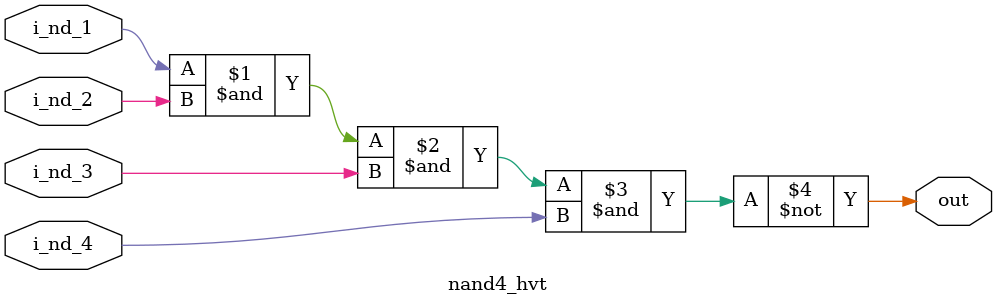
<source format=v>

`timescale 1ps / 100fs

module RO_nand4_hvt_65(
input wire i_Enable,
input wire i_Sel,
output wire o_RO_out
);

/////////////////// Define wires between nand gates ///////////////////
wire [125:0] w_nd_Conn;

assign #90 o_RO_out = ~(w_nd_Conn[125] & w_nd_Conn[125] & i_Sel & i_Enable);

nand4_hvt U1(
.i_nd_1(o_RO_out),
.i_nd_2(o_RO_out),
.i_nd_3(o_RO_out),
.i_nd_4(o_RO_out),
.out(w_nd_Conn[0])
);

nand4_hvt U2(
.i_nd_1(w_nd_Conn[0]),
.i_nd_2(w_nd_Conn[0]),
.i_nd_3(w_nd_Conn[0]),
.i_nd_4(w_nd_Conn[0]),
.out(w_nd_Conn[1])
);

nand4_hvt U3(
.i_nd_1(w_nd_Conn[1]),
.i_nd_2(w_nd_Conn[1]),
.i_nd_3(w_nd_Conn[1]),
.i_nd_4(w_nd_Conn[1]),
.out(w_nd_Conn[2])
);

nand4_hvt U4(
.i_nd_1(w_nd_Conn[2]),
.i_nd_2(w_nd_Conn[2]),
.i_nd_3(w_nd_Conn[2]),
.i_nd_4(w_nd_Conn[2]),
.out(w_nd_Conn[3])
);

nand4_hvt U5(
.i_nd_1(w_nd_Conn[3]),
.i_nd_2(w_nd_Conn[3]),
.i_nd_3(w_nd_Conn[3]),
.i_nd_4(w_nd_Conn[3]),
.out(w_nd_Conn[4])
);

nand4_hvt U6(
.i_nd_1(w_nd_Conn[4]),
.i_nd_2(w_nd_Conn[4]),
.i_nd_3(w_nd_Conn[4]),
.i_nd_4(w_nd_Conn[4]),
.out(w_nd_Conn[5])
);

nand4_hvt U7(
.i_nd_1(w_nd_Conn[5]),
.i_nd_2(w_nd_Conn[5]),
.i_nd_3(w_nd_Conn[5]),
.i_nd_4(w_nd_Conn[5]),
.out(w_nd_Conn[6])
);

nand4_hvt U8(
.i_nd_1(w_nd_Conn[6]),
.i_nd_2(w_nd_Conn[6]),
.i_nd_3(w_nd_Conn[6]),
.i_nd_4(w_nd_Conn[6]),
.out(w_nd_Conn[7])
);

nand4_hvt U9(
.i_nd_1(w_nd_Conn[7]),
.i_nd_2(w_nd_Conn[7]),
.i_nd_3(w_nd_Conn[7]),
.i_nd_4(w_nd_Conn[7]),
.out(w_nd_Conn[8])
);

nand4_hvt U10(
.i_nd_1(w_nd_Conn[8]),
.i_nd_2(w_nd_Conn[8]),
.i_nd_3(w_nd_Conn[8]),
.i_nd_4(w_nd_Conn[8]),
.out(w_nd_Conn[9])
);

nand4_hvt U11(
.i_nd_1(w_nd_Conn[9]),
.i_nd_2(w_nd_Conn[9]),
.i_nd_3(w_nd_Conn[9]),
.i_nd_4(w_nd_Conn[9]),
.out(w_nd_Conn[10])
);

nand4_hvt U12(
.i_nd_1(w_nd_Conn[10]),
.i_nd_2(w_nd_Conn[10]),
.i_nd_3(w_nd_Conn[10]),
.i_nd_4(w_nd_Conn[10]),
.out(w_nd_Conn[11])
);

nand4_hvt U13(
.i_nd_1(w_nd_Conn[11]),
.i_nd_2(w_nd_Conn[11]),
.i_nd_3(w_nd_Conn[11]),
.i_nd_4(w_nd_Conn[11]),
.out(w_nd_Conn[12])
);

nand4_hvt U14(
.i_nd_1(w_nd_Conn[12]),
.i_nd_2(w_nd_Conn[12]),
.i_nd_3(w_nd_Conn[12]),
.i_nd_4(w_nd_Conn[12]),
.out(w_nd_Conn[13])
);

nand4_hvt U15(
.i_nd_1(w_nd_Conn[13]),
.i_nd_2(w_nd_Conn[13]),
.i_nd_3(w_nd_Conn[13]),
.i_nd_4(w_nd_Conn[13]),
.out(w_nd_Conn[14])
);

nand4_hvt U16(
.i_nd_1(w_nd_Conn[14]),
.i_nd_2(w_nd_Conn[14]),
.i_nd_3(w_nd_Conn[14]),
.i_nd_4(w_nd_Conn[14]),
.out(w_nd_Conn[15])
);

nand4_hvt U17(
.i_nd_1(w_nd_Conn[15]),
.i_nd_2(w_nd_Conn[15]),
.i_nd_3(w_nd_Conn[15]),
.i_nd_4(w_nd_Conn[15]),
.out(w_nd_Conn[16])
);

nand4_hvt U18(
.i_nd_1(w_nd_Conn[16]),
.i_nd_2(w_nd_Conn[16]),
.i_nd_3(w_nd_Conn[16]),
.i_nd_4(w_nd_Conn[16]),
.out(w_nd_Conn[17])
);

nand4_hvt U19(
.i_nd_1(w_nd_Conn[17]),
.i_nd_2(w_nd_Conn[17]),
.i_nd_3(w_nd_Conn[17]),
.i_nd_4(w_nd_Conn[17]),
.out(w_nd_Conn[18])
);

nand4_hvt U20(
.i_nd_1(w_nd_Conn[18]),
.i_nd_2(w_nd_Conn[18]),
.i_nd_3(w_nd_Conn[18]),
.i_nd_4(w_nd_Conn[18]),
.out(w_nd_Conn[19])
);

nand4_hvt U21(
.i_nd_1(w_nd_Conn[19]),
.i_nd_2(w_nd_Conn[19]),
.i_nd_3(w_nd_Conn[19]),
.i_nd_4(w_nd_Conn[19]),
.out(w_nd_Conn[20])
);

nand4_hvt U22(
.i_nd_1(w_nd_Conn[20]),
.i_nd_2(w_nd_Conn[20]),
.i_nd_3(w_nd_Conn[20]),
.i_nd_4(w_nd_Conn[20]),
.out(w_nd_Conn[21])
);

nand4_hvt U23(
.i_nd_1(w_nd_Conn[21]),
.i_nd_2(w_nd_Conn[21]),
.i_nd_3(w_nd_Conn[21]),
.i_nd_4(w_nd_Conn[21]),
.out(w_nd_Conn[22])
);

nand4_hvt U24(
.i_nd_1(w_nd_Conn[22]),
.i_nd_2(w_nd_Conn[22]),
.i_nd_3(w_nd_Conn[22]),
.i_nd_4(w_nd_Conn[22]),
.out(w_nd_Conn[23])
);

nand4_hvt U25(
.i_nd_1(w_nd_Conn[23]),
.i_nd_2(w_nd_Conn[23]),
.i_nd_3(w_nd_Conn[23]),
.i_nd_4(w_nd_Conn[23]),
.out(w_nd_Conn[24])
);

nand4_hvt U26(
.i_nd_1(w_nd_Conn[24]),
.i_nd_2(w_nd_Conn[24]),
.i_nd_3(w_nd_Conn[24]),
.i_nd_4(w_nd_Conn[24]),
.out(w_nd_Conn[25])
);

nand4_hvt U27(
.i_nd_1(w_nd_Conn[25]),
.i_nd_2(w_nd_Conn[25]),
.i_nd_3(w_nd_Conn[25]),
.i_nd_4(w_nd_Conn[25]),
.out(w_nd_Conn[26])
);

nand4_hvt U28(
.i_nd_1(w_nd_Conn[26]),
.i_nd_2(w_nd_Conn[26]),
.i_nd_3(w_nd_Conn[26]),
.i_nd_4(w_nd_Conn[26]),
.out(w_nd_Conn[27])
);

nand4_hvt U29(
.i_nd_1(w_nd_Conn[27]),
.i_nd_2(w_nd_Conn[27]),
.i_nd_3(w_nd_Conn[27]),
.i_nd_4(w_nd_Conn[27]),
.out(w_nd_Conn[28])
);

nand4_hvt U30(
.i_nd_1(w_nd_Conn[28]),
.i_nd_2(w_nd_Conn[28]),
.i_nd_3(w_nd_Conn[28]),
.i_nd_4(w_nd_Conn[28]),
.out(w_nd_Conn[29])
);

nand4_hvt U31(
.i_nd_1(w_nd_Conn[29]),
.i_nd_2(w_nd_Conn[29]),
.i_nd_3(w_nd_Conn[29]),
.i_nd_4(w_nd_Conn[29]),
.out(w_nd_Conn[30])
);

nand4_hvt U32(
.i_nd_1(w_nd_Conn[30]),
.i_nd_2(w_nd_Conn[30]),
.i_nd_3(w_nd_Conn[30]),
.i_nd_4(w_nd_Conn[30]),
.out(w_nd_Conn[31])
);

nand4_hvt U33(
.i_nd_1(w_nd_Conn[31]),
.i_nd_2(w_nd_Conn[31]),
.i_nd_3(w_nd_Conn[31]),
.i_nd_4(w_nd_Conn[31]),
.out(w_nd_Conn[32])
);

nand4_hvt U34(
.i_nd_1(w_nd_Conn[32]),
.i_nd_2(w_nd_Conn[32]),
.i_nd_3(w_nd_Conn[32]),
.i_nd_4(w_nd_Conn[32]),
.out(w_nd_Conn[33])
);

nand4_hvt U35(
.i_nd_1(w_nd_Conn[33]),
.i_nd_2(w_nd_Conn[33]),
.i_nd_3(w_nd_Conn[33]),
.i_nd_4(w_nd_Conn[33]),
.out(w_nd_Conn[34])
);

nand4_hvt U36(
.i_nd_1(w_nd_Conn[34]),
.i_nd_2(w_nd_Conn[34]),
.i_nd_3(w_nd_Conn[34]),
.i_nd_4(w_nd_Conn[34]),
.out(w_nd_Conn[35])
);

nand4_hvt U37(
.i_nd_1(w_nd_Conn[35]),
.i_nd_2(w_nd_Conn[35]),
.i_nd_3(w_nd_Conn[35]),
.i_nd_4(w_nd_Conn[35]),
.out(w_nd_Conn[36])
);

nand4_hvt U38(
.i_nd_1(w_nd_Conn[36]),
.i_nd_2(w_nd_Conn[36]),
.i_nd_3(w_nd_Conn[36]),
.i_nd_4(w_nd_Conn[36]),
.out(w_nd_Conn[37])
);

nand4_hvt U39(
.i_nd_1(w_nd_Conn[37]),
.i_nd_2(w_nd_Conn[37]),
.i_nd_3(w_nd_Conn[37]),
.i_nd_4(w_nd_Conn[37]),
.out(w_nd_Conn[38])
);

nand4_hvt U40(
.i_nd_1(w_nd_Conn[38]),
.i_nd_2(w_nd_Conn[38]),
.i_nd_3(w_nd_Conn[38]),
.i_nd_4(w_nd_Conn[38]),
.out(w_nd_Conn[39])
);

nand4_hvt U41(
.i_nd_1(w_nd_Conn[39]),
.i_nd_2(w_nd_Conn[39]),
.i_nd_3(w_nd_Conn[39]),
.i_nd_4(w_nd_Conn[39]),
.out(w_nd_Conn[40])
);

nand4_hvt U42(
.i_nd_1(w_nd_Conn[40]),
.i_nd_2(w_nd_Conn[40]),
.i_nd_3(w_nd_Conn[40]),
.i_nd_4(w_nd_Conn[40]),
.out(w_nd_Conn[41])
);

nand4_hvt U43(
.i_nd_1(w_nd_Conn[41]),
.i_nd_2(w_nd_Conn[41]),
.i_nd_3(w_nd_Conn[41]),
.i_nd_4(w_nd_Conn[41]),
.out(w_nd_Conn[42])
);

nand4_hvt U44(
.i_nd_1(w_nd_Conn[42]),
.i_nd_2(w_nd_Conn[42]),
.i_nd_3(w_nd_Conn[42]),
.i_nd_4(w_nd_Conn[42]),
.out(w_nd_Conn[43])
);

nand4_hvt U45(
.i_nd_1(w_nd_Conn[43]),
.i_nd_2(w_nd_Conn[43]),
.i_nd_3(w_nd_Conn[43]),
.i_nd_4(w_nd_Conn[43]),
.out(w_nd_Conn[44])
);

nand4_hvt U46(
.i_nd_1(w_nd_Conn[44]),
.i_nd_2(w_nd_Conn[44]),
.i_nd_3(w_nd_Conn[44]),
.i_nd_4(w_nd_Conn[44]),
.out(w_nd_Conn[45])
);

nand4_hvt U47(
.i_nd_1(w_nd_Conn[45]),
.i_nd_2(w_nd_Conn[45]),
.i_nd_3(w_nd_Conn[45]),
.i_nd_4(w_nd_Conn[45]),
.out(w_nd_Conn[46])
);

nand4_hvt U48(
.i_nd_1(w_nd_Conn[46]),
.i_nd_2(w_nd_Conn[46]),
.i_nd_3(w_nd_Conn[46]),
.i_nd_4(w_nd_Conn[46]),
.out(w_nd_Conn[47])
);

nand4_hvt U49(
.i_nd_1(w_nd_Conn[47]),
.i_nd_2(w_nd_Conn[47]),
.i_nd_3(w_nd_Conn[47]),
.i_nd_4(w_nd_Conn[47]),
.out(w_nd_Conn[48])
);

nand4_hvt U50(
.i_nd_1(w_nd_Conn[48]),
.i_nd_2(w_nd_Conn[48]),
.i_nd_3(w_nd_Conn[48]),
.i_nd_4(w_nd_Conn[48]),
.out(w_nd_Conn[49])
);

nand4_hvt U51(
.i_nd_1(w_nd_Conn[49]),
.i_nd_2(w_nd_Conn[49]),
.i_nd_3(w_nd_Conn[49]),
.i_nd_4(w_nd_Conn[49]),
.out(w_nd_Conn[50])
);

nand4_hvt U52(
.i_nd_1(w_nd_Conn[50]),
.i_nd_2(w_nd_Conn[50]),
.i_nd_3(w_nd_Conn[50]),
.i_nd_4(w_nd_Conn[50]),
.out(w_nd_Conn[51])
);

nand4_hvt U53(
.i_nd_1(w_nd_Conn[51]),
.i_nd_2(w_nd_Conn[51]),
.i_nd_3(w_nd_Conn[51]),
.i_nd_4(w_nd_Conn[51]),
.out(w_nd_Conn[52])
);

nand4_hvt U54(
.i_nd_1(w_nd_Conn[52]),
.i_nd_2(w_nd_Conn[52]),
.i_nd_3(w_nd_Conn[52]),
.i_nd_4(w_nd_Conn[52]),
.out(w_nd_Conn[53])
);

nand4_hvt U55(
.i_nd_1(w_nd_Conn[53]),
.i_nd_2(w_nd_Conn[53]),
.i_nd_3(w_nd_Conn[53]),
.i_nd_4(w_nd_Conn[53]),
.out(w_nd_Conn[54])
);

nand4_hvt U56(
.i_nd_1(w_nd_Conn[54]),
.i_nd_2(w_nd_Conn[54]),
.i_nd_3(w_nd_Conn[54]),
.i_nd_4(w_nd_Conn[54]),
.out(w_nd_Conn[55])
);

nand4_hvt U57(
.i_nd_1(w_nd_Conn[55]),
.i_nd_2(w_nd_Conn[55]),
.i_nd_3(w_nd_Conn[55]),
.i_nd_4(w_nd_Conn[55]),
.out(w_nd_Conn[56])
);

nand4_hvt U58(
.i_nd_1(w_nd_Conn[56]),
.i_nd_2(w_nd_Conn[56]),
.i_nd_3(w_nd_Conn[56]),
.i_nd_4(w_nd_Conn[56]),
.out(w_nd_Conn[57])
);

nand4_hvt U59(
.i_nd_1(w_nd_Conn[57]),
.i_nd_2(w_nd_Conn[57]),
.i_nd_3(w_nd_Conn[57]),
.i_nd_4(w_nd_Conn[57]),
.out(w_nd_Conn[58])
);

nand4_hvt U60(
.i_nd_1(w_nd_Conn[58]),
.i_nd_2(w_nd_Conn[58]),
.i_nd_3(w_nd_Conn[58]),
.i_nd_4(w_nd_Conn[58]),
.out(w_nd_Conn[59])
);

nand4_hvt U61(
.i_nd_1(w_nd_Conn[59]),
.i_nd_2(w_nd_Conn[59]),
.i_nd_3(w_nd_Conn[59]),
.i_nd_4(w_nd_Conn[59]),
.out(w_nd_Conn[60])
);

nand4_hvt U62(
.i_nd_1(w_nd_Conn[60]),
.i_nd_2(w_nd_Conn[60]),
.i_nd_3(w_nd_Conn[60]),
.i_nd_4(w_nd_Conn[60]),
.out(w_nd_Conn[61])
);

nand4_hvt U63(
.i_nd_1(w_nd_Conn[61]),
.i_nd_2(w_nd_Conn[61]),
.i_nd_3(w_nd_Conn[61]),
.i_nd_4(w_nd_Conn[61]),
.out(w_nd_Conn[62])
);

nand4_hvt U64(
.i_nd_1(w_nd_Conn[62]),
.i_nd_2(w_nd_Conn[62]),
.i_nd_3(w_nd_Conn[62]),
.i_nd_4(w_nd_Conn[62]),
.out(w_nd_Conn[63])
);

nand4_hvt U65(
.i_nd_1(w_nd_Conn[63]),
.i_nd_2(w_nd_Conn[63]),
.i_nd_3(w_nd_Conn[63]),
.i_nd_4(w_nd_Conn[63]),
.out(w_nd_Conn[64])
);

nand4_hvt U66(
.i_nd_1(w_nd_Conn[64]),
.i_nd_2(w_nd_Conn[64]),
.i_nd_3(w_nd_Conn[64]),
.i_nd_4(w_nd_Conn[64]),
.out(w_nd_Conn[65])
);

nand4_hvt U67(
.i_nd_1(w_nd_Conn[65]),
.i_nd_2(w_nd_Conn[65]),
.i_nd_3(w_nd_Conn[65]),
.i_nd_4(w_nd_Conn[65]),
.out(w_nd_Conn[66])
);

nand4_hvt U68(
.i_nd_1(w_nd_Conn[66]),
.i_nd_2(w_nd_Conn[66]),
.i_nd_3(w_nd_Conn[66]),
.i_nd_4(w_nd_Conn[66]),
.out(w_nd_Conn[67])
);

nand4_hvt U69(
.i_nd_1(w_nd_Conn[67]),
.i_nd_2(w_nd_Conn[67]),
.i_nd_3(w_nd_Conn[67]),
.i_nd_4(w_nd_Conn[67]),
.out(w_nd_Conn[68])
);

nand4_hvt U70(
.i_nd_1(w_nd_Conn[68]),
.i_nd_2(w_nd_Conn[68]),
.i_nd_3(w_nd_Conn[68]),
.i_nd_4(w_nd_Conn[68]),
.out(w_nd_Conn[69])
);

nand4_hvt U71(
.i_nd_1(w_nd_Conn[69]),
.i_nd_2(w_nd_Conn[69]),
.i_nd_3(w_nd_Conn[69]),
.i_nd_4(w_nd_Conn[69]),
.out(w_nd_Conn[70])
);

nand4_hvt U72(
.i_nd_1(w_nd_Conn[70]),
.i_nd_2(w_nd_Conn[70]),
.i_nd_3(w_nd_Conn[70]),
.i_nd_4(w_nd_Conn[70]),
.out(w_nd_Conn[71])
);

nand4_hvt U73(
.i_nd_1(w_nd_Conn[71]),
.i_nd_2(w_nd_Conn[71]),
.i_nd_3(w_nd_Conn[71]),
.i_nd_4(w_nd_Conn[71]),
.out(w_nd_Conn[72])
);

nand4_hvt U74(
.i_nd_1(w_nd_Conn[72]),
.i_nd_2(w_nd_Conn[72]),
.i_nd_3(w_nd_Conn[72]),
.i_nd_4(w_nd_Conn[72]),
.out(w_nd_Conn[73])
);

nand4_hvt U75(
.i_nd_1(w_nd_Conn[73]),
.i_nd_2(w_nd_Conn[73]),
.i_nd_3(w_nd_Conn[73]),
.i_nd_4(w_nd_Conn[73]),
.out(w_nd_Conn[74])
);

nand4_hvt U76(
.i_nd_1(w_nd_Conn[74]),
.i_nd_2(w_nd_Conn[74]),
.i_nd_3(w_nd_Conn[74]),
.i_nd_4(w_nd_Conn[74]),
.out(w_nd_Conn[75])
);

nand4_hvt U77(
.i_nd_1(w_nd_Conn[75]),
.i_nd_2(w_nd_Conn[75]),
.i_nd_3(w_nd_Conn[75]),
.i_nd_4(w_nd_Conn[75]),
.out(w_nd_Conn[76])
);

nand4_hvt U78(
.i_nd_1(w_nd_Conn[76]),
.i_nd_2(w_nd_Conn[76]),
.i_nd_3(w_nd_Conn[76]),
.i_nd_4(w_nd_Conn[76]),
.out(w_nd_Conn[77])
);

nand4_hvt U79(
.i_nd_1(w_nd_Conn[77]),
.i_nd_2(w_nd_Conn[77]),
.i_nd_3(w_nd_Conn[77]),
.i_nd_4(w_nd_Conn[77]),
.out(w_nd_Conn[78])
);

nand4_hvt U80(
.i_nd_1(w_nd_Conn[78]),
.i_nd_2(w_nd_Conn[78]),
.i_nd_3(w_nd_Conn[78]),
.i_nd_4(w_nd_Conn[78]),
.out(w_nd_Conn[79])
);

nand4_hvt U81(
.i_nd_1(w_nd_Conn[79]),
.i_nd_2(w_nd_Conn[79]),
.i_nd_3(w_nd_Conn[79]),
.i_nd_4(w_nd_Conn[79]),
.out(w_nd_Conn[80])
);

nand4_hvt U82(
.i_nd_1(w_nd_Conn[80]),
.i_nd_2(w_nd_Conn[80]),
.i_nd_3(w_nd_Conn[80]),
.i_nd_4(w_nd_Conn[80]),
.out(w_nd_Conn[81])
);

nand4_hvt U83(
.i_nd_1(w_nd_Conn[81]),
.i_nd_2(w_nd_Conn[81]),
.i_nd_3(w_nd_Conn[81]),
.i_nd_4(w_nd_Conn[81]),
.out(w_nd_Conn[82])
);

nand4_hvt U84(
.i_nd_1(w_nd_Conn[82]),
.i_nd_2(w_nd_Conn[82]),
.i_nd_3(w_nd_Conn[82]),
.i_nd_4(w_nd_Conn[82]),
.out(w_nd_Conn[83])
);

nand4_hvt U85(
.i_nd_1(w_nd_Conn[83]),
.i_nd_2(w_nd_Conn[83]),
.i_nd_3(w_nd_Conn[83]),
.i_nd_4(w_nd_Conn[83]),
.out(w_nd_Conn[84])
);

nand4_hvt U86(
.i_nd_1(w_nd_Conn[84]),
.i_nd_2(w_nd_Conn[84]),
.i_nd_3(w_nd_Conn[84]),
.i_nd_4(w_nd_Conn[84]),
.out(w_nd_Conn[85])
);

nand4_hvt U87(
.i_nd_1(w_nd_Conn[85]),
.i_nd_2(w_nd_Conn[85]),
.i_nd_3(w_nd_Conn[85]),
.i_nd_4(w_nd_Conn[85]),
.out(w_nd_Conn[86])
);

nand4_hvt U88(
.i_nd_1(w_nd_Conn[86]),
.i_nd_2(w_nd_Conn[86]),
.i_nd_3(w_nd_Conn[86]),
.i_nd_4(w_nd_Conn[86]),
.out(w_nd_Conn[87])
);

nand4_hvt U89(
.i_nd_1(w_nd_Conn[87]),
.i_nd_2(w_nd_Conn[87]),
.i_nd_3(w_nd_Conn[87]),
.i_nd_4(w_nd_Conn[87]),
.out(w_nd_Conn[88])
);

nand4_hvt U90(
.i_nd_1(w_nd_Conn[88]),
.i_nd_2(w_nd_Conn[88]),
.i_nd_3(w_nd_Conn[88]),
.i_nd_4(w_nd_Conn[88]),
.out(w_nd_Conn[89])
);

nand4_hvt U91(
.i_nd_1(w_nd_Conn[89]),
.i_nd_2(w_nd_Conn[89]),
.i_nd_3(w_nd_Conn[89]),
.i_nd_4(w_nd_Conn[89]),
.out(w_nd_Conn[90])
);

nand4_hvt U92(
.i_nd_1(w_nd_Conn[90]),
.i_nd_2(w_nd_Conn[90]),
.i_nd_3(w_nd_Conn[90]),
.i_nd_4(w_nd_Conn[90]),
.out(w_nd_Conn[91])
);

nand4_hvt U93(
.i_nd_1(w_nd_Conn[91]),
.i_nd_2(w_nd_Conn[91]),
.i_nd_3(w_nd_Conn[91]),
.i_nd_4(w_nd_Conn[91]),
.out(w_nd_Conn[92])
);

nand4_hvt U94(
.i_nd_1(w_nd_Conn[92]),
.i_nd_2(w_nd_Conn[92]),
.i_nd_3(w_nd_Conn[92]),
.i_nd_4(w_nd_Conn[92]),
.out(w_nd_Conn[93])
);

nand4_hvt U95(
.i_nd_1(w_nd_Conn[93]),
.i_nd_2(w_nd_Conn[93]),
.i_nd_3(w_nd_Conn[93]),
.i_nd_4(w_nd_Conn[93]),
.out(w_nd_Conn[94])
);

nand4_hvt U96(
.i_nd_1(w_nd_Conn[94]),
.i_nd_2(w_nd_Conn[94]),
.i_nd_3(w_nd_Conn[94]),
.i_nd_4(w_nd_Conn[94]),
.out(w_nd_Conn[95])
);

nand4_hvt U97(
.i_nd_1(w_nd_Conn[95]),
.i_nd_2(w_nd_Conn[95]),
.i_nd_3(w_nd_Conn[95]),
.i_nd_4(w_nd_Conn[95]),
.out(w_nd_Conn[96])
);

nand4_hvt U98(
.i_nd_1(w_nd_Conn[96]),
.i_nd_2(w_nd_Conn[96]),
.i_nd_3(w_nd_Conn[96]),
.i_nd_4(w_nd_Conn[96]),
.out(w_nd_Conn[97])
);

nand4_hvt U99(
.i_nd_1(w_nd_Conn[97]),
.i_nd_2(w_nd_Conn[97]),
.i_nd_3(w_nd_Conn[97]),
.i_nd_4(w_nd_Conn[97]),
.out(w_nd_Conn[98])
);

nand4_hvt U100(
.i_nd_1(w_nd_Conn[98]),
.i_nd_2(w_nd_Conn[98]),
.i_nd_3(w_nd_Conn[98]),
.i_nd_4(w_nd_Conn[98]),
.out(w_nd_Conn[99])
);

nand4_hvt U101(
.i_nd_1(w_nd_Conn[99]),
.i_nd_2(w_nd_Conn[99]),
.i_nd_3(w_nd_Conn[99]),
.i_nd_4(w_nd_Conn[99]),
.out(w_nd_Conn[100])
);

nand4_hvt U102(
.i_nd_1(w_nd_Conn[100]),
.i_nd_2(w_nd_Conn[100]),
.i_nd_3(w_nd_Conn[100]),
.i_nd_4(w_nd_Conn[100]),
.out(w_nd_Conn[101])
);

nand4_hvt U103(
.i_nd_1(w_nd_Conn[101]),
.i_nd_2(w_nd_Conn[101]),
.i_nd_3(w_nd_Conn[101]),
.i_nd_4(w_nd_Conn[101]),
.out(w_nd_Conn[102])
);

nand4_hvt U104(
.i_nd_1(w_nd_Conn[102]),
.i_nd_2(w_nd_Conn[102]),
.i_nd_3(w_nd_Conn[102]),
.i_nd_4(w_nd_Conn[102]),
.out(w_nd_Conn[103])
);

nand4_hvt U105(
.i_nd_1(w_nd_Conn[103]),
.i_nd_2(w_nd_Conn[103]),
.i_nd_3(w_nd_Conn[103]),
.i_nd_4(w_nd_Conn[103]),
.out(w_nd_Conn[104])
);

nand4_hvt U106(
.i_nd_1(w_nd_Conn[104]),
.i_nd_2(w_nd_Conn[104]),
.i_nd_3(w_nd_Conn[104]),
.i_nd_4(w_nd_Conn[104]),
.out(w_nd_Conn[105])
);

nand4_hvt U107(
.i_nd_1(w_nd_Conn[105]),
.i_nd_2(w_nd_Conn[105]),
.i_nd_3(w_nd_Conn[105]),
.i_nd_4(w_nd_Conn[105]),
.out(w_nd_Conn[106])
);

nand4_hvt U108(
.i_nd_1(w_nd_Conn[106]),
.i_nd_2(w_nd_Conn[106]),
.i_nd_3(w_nd_Conn[106]),
.i_nd_4(w_nd_Conn[106]),
.out(w_nd_Conn[107])
);

nand4_hvt U109(
.i_nd_1(w_nd_Conn[107]),
.i_nd_2(w_nd_Conn[107]),
.i_nd_3(w_nd_Conn[107]),
.i_nd_4(w_nd_Conn[107]),
.out(w_nd_Conn[108])
);

nand4_hvt U110(
.i_nd_1(w_nd_Conn[108]),
.i_nd_2(w_nd_Conn[108]),
.i_nd_3(w_nd_Conn[108]),
.i_nd_4(w_nd_Conn[108]),
.out(w_nd_Conn[109])
);

nand4_hvt U111(
.i_nd_1(w_nd_Conn[109]),
.i_nd_2(w_nd_Conn[109]),
.i_nd_3(w_nd_Conn[109]),
.i_nd_4(w_nd_Conn[109]),
.out(w_nd_Conn[110])
);

nand4_hvt U112(
.i_nd_1(w_nd_Conn[110]),
.i_nd_2(w_nd_Conn[110]),
.i_nd_3(w_nd_Conn[110]),
.i_nd_4(w_nd_Conn[110]),
.out(w_nd_Conn[111])
);

nand4_hvt U113(
.i_nd_1(w_nd_Conn[111]),
.i_nd_2(w_nd_Conn[111]),
.i_nd_3(w_nd_Conn[111]),
.i_nd_4(w_nd_Conn[111]),
.out(w_nd_Conn[112])
);

nand4_hvt U114(
.i_nd_1(w_nd_Conn[112]),
.i_nd_2(w_nd_Conn[112]),
.i_nd_3(w_nd_Conn[112]),
.i_nd_4(w_nd_Conn[112]),
.out(w_nd_Conn[113])
);

nand4_hvt U115(
.i_nd_1(w_nd_Conn[113]),
.i_nd_2(w_nd_Conn[113]),
.i_nd_3(w_nd_Conn[113]),
.i_nd_4(w_nd_Conn[113]),
.out(w_nd_Conn[114])
);

nand4_hvt U116(
.i_nd_1(w_nd_Conn[114]),
.i_nd_2(w_nd_Conn[114]),
.i_nd_3(w_nd_Conn[114]),
.i_nd_4(w_nd_Conn[114]),
.out(w_nd_Conn[115])
);

nand4_hvt U117(
.i_nd_1(w_nd_Conn[115]),
.i_nd_2(w_nd_Conn[115]),
.i_nd_3(w_nd_Conn[115]),
.i_nd_4(w_nd_Conn[115]),
.out(w_nd_Conn[116])
);

nand4_hvt U118(
.i_nd_1(w_nd_Conn[116]),
.i_nd_2(w_nd_Conn[116]),
.i_nd_3(w_nd_Conn[116]),
.i_nd_4(w_nd_Conn[116]),
.out(w_nd_Conn[117])
);

nand4_hvt U119(
.i_nd_1(w_nd_Conn[117]),
.i_nd_2(w_nd_Conn[117]),
.i_nd_3(w_nd_Conn[117]),
.i_nd_4(w_nd_Conn[117]),
.out(w_nd_Conn[118])
);

nand4_hvt U120(
.i_nd_1(w_nd_Conn[118]),
.i_nd_2(w_nd_Conn[118]),
.i_nd_3(w_nd_Conn[118]),
.i_nd_4(w_nd_Conn[118]),
.out(w_nd_Conn[119])
);

nand4_hvt U121(
.i_nd_1(w_nd_Conn[119]),
.i_nd_2(w_nd_Conn[119]),
.i_nd_3(w_nd_Conn[119]),
.i_nd_4(w_nd_Conn[119]),
.out(w_nd_Conn[120])
);

nand4_hvt U122(
.i_nd_1(w_nd_Conn[120]),
.i_nd_2(w_nd_Conn[120]),
.i_nd_3(w_nd_Conn[120]),
.i_nd_4(w_nd_Conn[120]),
.out(w_nd_Conn[121])
);

nand4_hvt U123(
.i_nd_1(w_nd_Conn[121]),
.i_nd_2(w_nd_Conn[121]),
.i_nd_3(w_nd_Conn[121]),
.i_nd_4(w_nd_Conn[121]),
.out(w_nd_Conn[122])
);

nand4_hvt U124(
.i_nd_1(w_nd_Conn[122]),
.i_nd_2(w_nd_Conn[122]),
.i_nd_3(w_nd_Conn[122]),
.i_nd_4(w_nd_Conn[122]),
.out(w_nd_Conn[123])
);

nand4_hvt U125(
.i_nd_1(w_nd_Conn[123]),
.i_nd_2(w_nd_Conn[123]),
.i_nd_3(w_nd_Conn[123]),
.i_nd_4(w_nd_Conn[123]),
.out(w_nd_Conn[124])
);

nand4_hvt U126(
.i_nd_1(w_nd_Conn[124]),
.i_nd_2(w_nd_Conn[124]),
.i_nd_3(w_nd_Conn[124]),
.i_nd_4(w_nd_Conn[124]),
.out(w_nd_Conn[125])
);

endmodule

module nand4_hvt(
input wire i_nd_1,
input wire i_nd_2,
input wire i_nd_3,
input wire i_nd_4,
output wire out);

assign #90 out = ~(i_nd_1 & i_nd_2 & i_nd_3 & i_nd_4);

endmodule 


</source>
